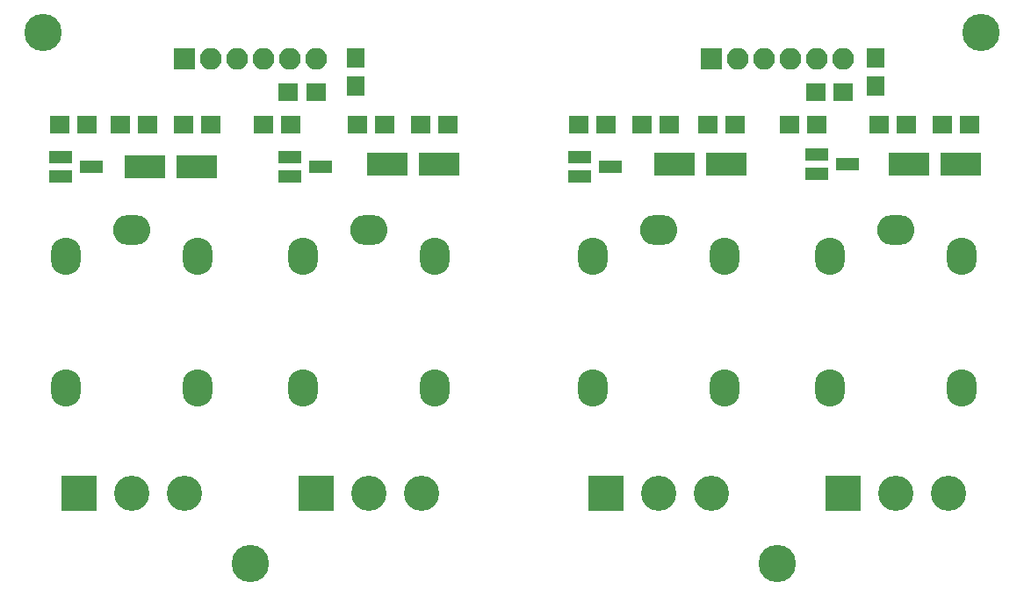
<source format=gbr>
G04 #@! TF.FileFunction,Soldermask,Top*
%FSLAX46Y46*%
G04 Gerber Fmt 4.6, Leading zero omitted, Abs format (unit mm)*
G04 Created by KiCad (PCBNEW 4.0.7) date 05/31/18 17:41:53*
%MOMM*%
%LPD*%
G01*
G04 APERTURE LIST*
%ADD10C,0.100000*%
%ADD11C,3.600000*%
%ADD12R,2.300000X1.200000*%
%ADD13R,1.900000X1.700000*%
%ADD14R,3.400000X3.400000*%
%ADD15C,3.400000*%
%ADD16O,2.900000X3.600000*%
%ADD17O,3.600000X2.900000*%
%ADD18R,3.900000X2.200000*%
%ADD19R,1.700000X1.900000*%
%ADD20R,2.100000X2.100000*%
%ADD21O,2.100000X2.100000*%
G04 APERTURE END LIST*
D10*
D11*
X134620000Y-105791000D03*
X63881000Y-54610000D03*
X83820000Y-105791000D03*
D12*
X115594000Y-66614000D03*
X115594000Y-68514000D03*
X118594000Y-67564000D03*
D13*
X77390000Y-63500000D03*
X80090000Y-63500000D03*
X100250000Y-63500000D03*
X102950000Y-63500000D03*
X127936000Y-63500000D03*
X130636000Y-63500000D03*
X150542000Y-63500000D03*
X153242000Y-63500000D03*
D14*
X67310000Y-99060000D03*
D15*
X72390000Y-99060000D03*
X77470000Y-99060000D03*
D14*
X90170000Y-99060000D03*
D15*
X95250000Y-99060000D03*
X100330000Y-99060000D03*
D14*
X118110000Y-99060000D03*
D15*
X123190000Y-99060000D03*
X128270000Y-99060000D03*
D14*
X140970000Y-99060000D03*
D15*
X146050000Y-99060000D03*
X151130000Y-99060000D03*
D12*
X65556000Y-66614000D03*
X65556000Y-68514000D03*
X68556000Y-67564000D03*
X87654000Y-66614000D03*
X87654000Y-68514000D03*
X90654000Y-67564000D03*
X138454000Y-66360000D03*
X138454000Y-68260000D03*
X141454000Y-67310000D03*
D13*
X71294000Y-63500000D03*
X73994000Y-63500000D03*
X94154000Y-63500000D03*
X96854000Y-63500000D03*
X65452000Y-63500000D03*
X68152000Y-63500000D03*
X87790000Y-63500000D03*
X85090000Y-63500000D03*
X121586000Y-63500000D03*
X124286000Y-63500000D03*
X144446000Y-63500000D03*
X147146000Y-63500000D03*
X115490000Y-63500000D03*
X118190000Y-63500000D03*
X138510000Y-63500000D03*
X135810000Y-63500000D03*
D16*
X66040000Y-76200000D03*
X78740000Y-76200000D03*
D17*
X72390000Y-73660000D03*
D16*
X78740000Y-88900000D03*
X66040000Y-88900000D03*
X88900000Y-76200000D03*
X101600000Y-76200000D03*
D17*
X95250000Y-73660000D03*
D16*
X101600000Y-88900000D03*
X88900000Y-88900000D03*
X116840000Y-76200000D03*
X129540000Y-76200000D03*
D17*
X123190000Y-73660000D03*
D16*
X129540000Y-88900000D03*
X116840000Y-88900000D03*
X139700000Y-76200000D03*
X152400000Y-76200000D03*
D17*
X146050000Y-73660000D03*
D16*
X152400000Y-88900000D03*
X139700000Y-88900000D03*
D18*
X78700000Y-67564000D03*
X73700000Y-67564000D03*
X102068000Y-67310000D03*
X97068000Y-67310000D03*
X129754000Y-67310000D03*
X124754000Y-67310000D03*
X152360000Y-67310000D03*
X147360000Y-67310000D03*
D19*
X93980000Y-59770000D03*
X93980000Y-57070000D03*
X144145000Y-59770000D03*
X144145000Y-57070000D03*
D13*
X87470000Y-60325000D03*
X90170000Y-60325000D03*
X138350000Y-60325000D03*
X141050000Y-60325000D03*
D20*
X128270000Y-57150000D03*
D21*
X130810000Y-57150000D03*
X133350000Y-57150000D03*
X135890000Y-57150000D03*
X138430000Y-57150000D03*
X140970000Y-57150000D03*
D20*
X77470000Y-57150000D03*
D21*
X80010000Y-57150000D03*
X82550000Y-57150000D03*
X85090000Y-57150000D03*
X87630000Y-57150000D03*
X90170000Y-57150000D03*
D11*
X154305000Y-54610000D03*
M02*

</source>
